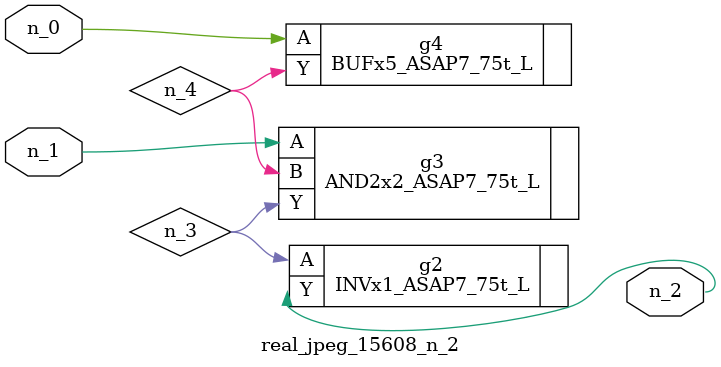
<source format=v>
module real_jpeg_15608_n_2 (n_1, n_0, n_2);

input n_1;
input n_0;

output n_2;

wire n_4;
wire n_3;

BUFx5_ASAP7_75t_L g4 ( 
.A(n_0),
.Y(n_4)
);

AND2x2_ASAP7_75t_L g3 ( 
.A(n_1),
.B(n_4),
.Y(n_3)
);

INVx1_ASAP7_75t_L g2 ( 
.A(n_3),
.Y(n_2)
);


endmodule
</source>
